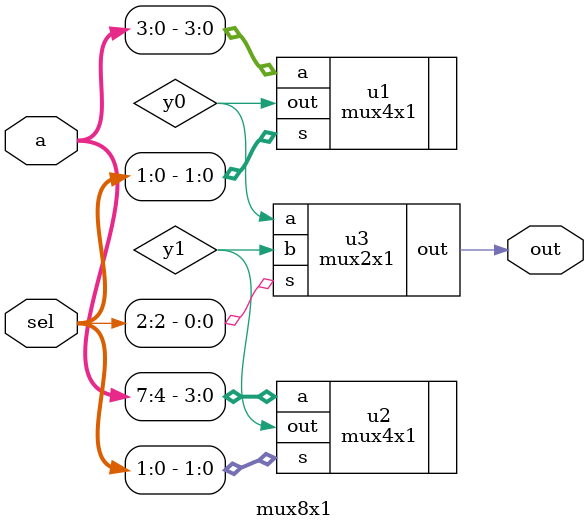
<source format=v>
`include "mux4x1.v"

module mux2x1(
    input a,
    input b,
    input s,
    output out
);

assign out = s ? b : a;

endmodule

/*module mux4x1(
    input [3:0] a,
    input [1:0] s,
    output out
);

assign out = (s == 2'b00) ? a[0] :
             (s == 2'b01) ? a[1] :
             (s == 2'b10) ? a[2] :
             a[3];

endmodule
*/
module mux8x1(
    input [7:0] a,
    input [2:0] sel,
    output out
);

wire y0, y1;

mux4x1 u1 (.a(a[3:0]), .s(sel[1:0]), .out(y0));
mux4x1 u2 (.a(a[7:4]), .s(sel[1:0]), .out(y1));
mux2x1 u3 (.a(y0), .b(y1), .s(sel[2]), .out(out));

endmodule


</source>
